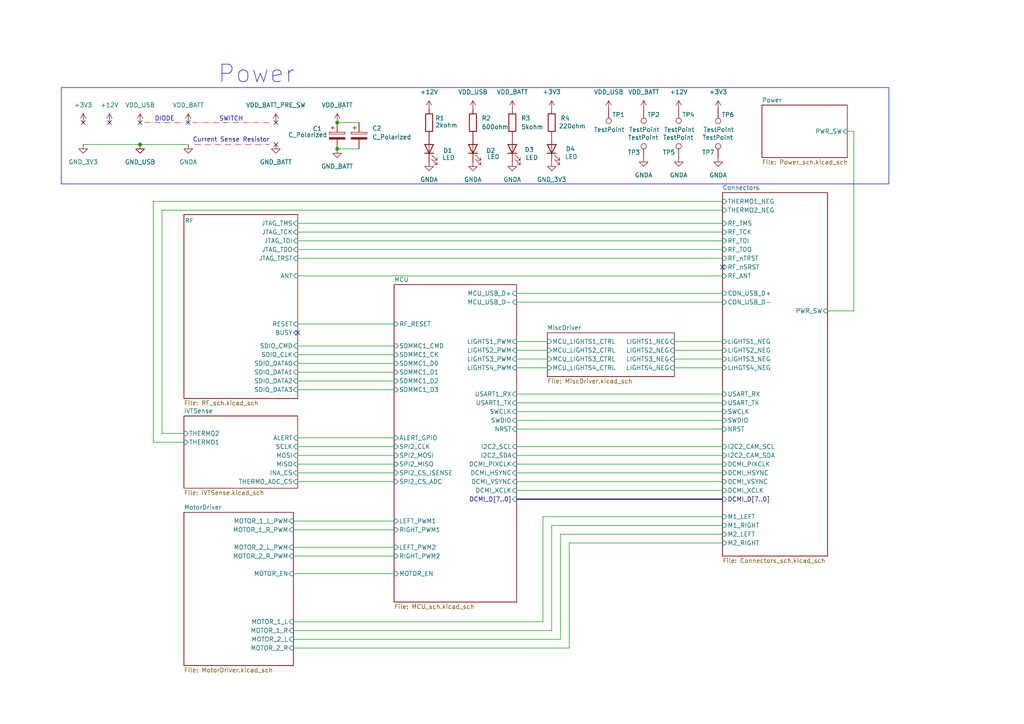
<source format=kicad_sch>
(kicad_sch (version 20231120) (generator "eeschema") (generator_version "8.0")
  (paper "A4")
  (lib_symbols
    (symbol "Connector:TestPoint" (pin_numbers hide) (pin_names (offset 0.762) hide)
      (property "Reference" "TP" (at 0 6.858 0))
      (property "Value" "TestPoint" (at 0 5.08 0))
      (symbol "TestPoint_0_1"
        (circle (center 0 3.302) (radius 0.762))
      )
      (symbol "TestPoint_1_1"
        (pin passive line (at 0 0 90) (length 2.54) (name "1") (number "1"))
      )
    )
    (symbol "Device:C_Polarized" (pin_numbers hide) (pin_names (offset 0.254))
      (property "Reference" "C" (at 0.635 2.54 0))
      (property "Value" "C_Polarized" (at 0.635 -2.54 0))
      (symbol "C_Polarized_0_1"
        (rectangle (start -2.286 0.508) (end 2.286 1.016))
        (polyline (pts (xy -1.778 2.286) (xy -0.762 2.286)))
        (polyline (pts (xy -1.27 2.794) (xy -1.27 1.778)))
        (rectangle (start 2.286 -0.508) (end -2.286 -1.016) (fill (type outline)))
      )
      (symbol "C_Polarized_1_1"
        (pin passive line (at 0 3.81 270) (length 2.794) (name "~") (number "1"))
        (pin passive line (at 0 -3.81 90) (length 2.794) (name "~") (number "2"))
      )
    )
    (symbol "Device:LED" (pin_numbers hide) (pin_names (offset 1.016) hide)
      (property "Reference" "D" (at 0 2.54 0))
      (property "Value" "LED" (at 0 -2.54 0))
      (symbol "LED_0_1"
        (polyline (pts (xy -1.27 -1.27) (xy -1.27 1.27)) (stroke (width 0.254)))
        (polyline (pts (xy -1.27 0) (xy 1.27 0)))
        (polyline (pts (xy 1.27 -1.27) (xy 1.27 1.27) (xy -1.27 0) (xy 1.27 -1.27)) (stroke (width 0.254)))
        (polyline (pts (xy -3.048 -0.762) (xy -4.572 -2.286) (xy -3.81 -2.286) (xy -4.572 -2.286) (xy -4.572 -1.524)))
        (polyline (pts (xy -1.778 -0.762) (xy -3.302 -2.286) (xy -2.54 -2.286) (xy -3.302 -2.286) (xy -3.302 -1.524)))
      )
      (symbol "LED_1_1"
        (pin passive line (at -3.81 0 0) (length 2.54) (name "K") (number "1"))
        (pin passive line (at 3.81 0 180) (length 2.54) (name "A") (number "2"))
      )
    )
    (symbol "Device:R" (pin_numbers hide) (pin_names (offset 0))
      (property "Reference" "R" (at 2.032 0 90))
      (property "Value" "R" (at 0 0 90))
      (symbol "R_0_1"
        (rectangle (start -1.016 -2.54) (end 1.016 2.54) (stroke (width 0.254)))
      )
      (symbol "R_1_1"
        (pin passive line (at 0 3.81 270) (length 1.27) (name "~") (number "1"))
        (pin passive line (at 0 -3.81 90) (length 1.27) (name "~") (number "2"))
      )
    )
    (symbol "power:+3V3" (power) (pin_numbers hide) (pin_names (offset 0) hide)
      (property "Value" "+3V3" (at 0 3.556 0))
      (symbol "+3V3_0_1"
        (polyline (pts (xy -0.762 1.27) (xy 0 2.54)))
        (polyline (pts (xy 0 0) (xy 0 2.54)))
        (polyline (pts (xy 0 2.54) (xy 0.762 1.27)))
      )
      (symbol "+3V3_1_1"
        (pin power_in line (at 0 0 90) (length 0) (name "~") (number "1"))
      )
    )
    (symbol "power:GND" (power) (pin_numbers hide) (pin_names (offset 0) hide)
      (property "Value" "GND" (at 0 -3.81 0))
      (symbol "GND_0_1"
        (polyline (pts (xy 0 0) (xy 0 -1.27) (xy 1.27 -1.27) (xy 0 -2.54) (xy -1.27 -1.27) (xy 0 -1.27)))
      )
      (symbol "GND_1_1"
        (pin power_in line (at 0 0 270) (length 0) (name "~") (number "1"))
      )
    )
    (symbol "power:GNDA" (power) (pin_numbers hide) (pin_names (offset 0) hide)
      (property "Value" "GNDA" (at 0 -3.81 0))
      (symbol "GNDA_0_1"
        (polyline (pts (xy 0 0) (xy 0 -1.27) (xy 1.27 -1.27) (xy 0 -2.54) (xy -1.27 -1.27) (xy 0 -1.27)))
      )
      (symbol "GNDA_1_1"
        (pin power_in line (at 0 0 270) (length 0) (name "~") (number "1"))
      )
    )
  )
  (junction (at 40.64 41.91))
  (junction (at 97.79 35.56))
  (junction (at 97.79 43.18))
  (no_connect (at 86.36 96.52))
  (no_connect (at 54.61 35.56))
  (no_connect (at 80.01 41.91))
  (no_connect (at 80.01 35.56))
  (no_connect (at 209.55 77.47))
  (no_connect (at 40.64 35.56))
  (no_connect (at 31.75 35.56))
  (no_connect (at 24.13 35.56))
  (wire (pts (xy 86.36 93.98) (xy 114.3 93.98)))
  (wire (pts (xy 247.65 38.1) (xy 245.745 38.1)))
  (wire (pts (xy 86.36 67.31) (xy 209.55 67.31)))
  (wire (pts (xy 85.09 161.29) (xy 114.3 161.29)))
  (wire (pts (xy 86.36 134.62) (xy 114.3 134.62)))
  (polyline (pts (xy 41.91 35.56) (xy 53.34 35.56)) (stroke (width 0) (type dash_dot) (color 255 5 28 1)))
  (wire (pts (xy 85.09 153.67) (xy 114.3 153.67)))
  (wire (pts (xy 149.86 129.54) (xy 209.55 129.54)))
  (wire (pts (xy 97.79 43.18) (xy 104.14 43.18)))
  (wire (pts (xy 162.56 185.42) (xy 162.56 154.94)))
  (wire (pts (xy 86.36 107.95) (xy 114.3 107.95)))
  (polyline (pts (xy 56.515 41.91) (xy 78.105 41.91)) (stroke (width 0) (type dash_dot) (color 255 5 28 1)))
  (wire (pts (xy 44.45 128.27) (xy 53.34 128.27)))
  (wire (pts (xy 85.09 180.34) (xy 157.48 180.34)))
  (wire (pts (xy 86.36 129.54) (xy 114.3 129.54)))
  (wire (pts (xy 247.65 38.1) (xy 247.65 90.17)))
  (wire (pts (xy 149.86 119.38) (xy 209.55 119.38)))
  (wire (pts (xy 195.58 104.14) (xy 209.55 104.14)))
  (wire (pts (xy 86.36 72.39) (xy 209.55 72.39)))
  (wire (pts (xy 149.86 85.09) (xy 209.55 85.09)))
  (wire (pts (xy 149.86 134.62) (xy 209.55 134.62)))
  (wire (pts (xy 149.86 132.08) (xy 209.55 132.08)))
  (wire (pts (xy 46.99 60.96) (xy 46.99 125.73)))
  (wire (pts (xy 149.86 124.46) (xy 209.55 124.46)))
  (wire (pts (xy 85.09 158.75) (xy 114.3 158.75)))
  (wire (pts (xy 149.86 106.68) (xy 158.75 106.68)))
  (wire (pts (xy 195.58 99.06) (xy 209.55 99.06)))
  (wire (pts (xy 149.86 101.6) (xy 158.75 101.6)))
  (wire (pts (xy 86.36 110.49) (xy 114.3 110.49)))
  (wire (pts (xy 86.36 80.01) (xy 209.55 80.01)))
  (wire (pts (xy 86.36 100.33) (xy 114.3 100.33)))
  (wire (pts (xy 149.86 114.3) (xy 209.55 114.3)))
  (wire (pts (xy 85.09 151.13) (xy 114.3 151.13)))
  (wire (pts (xy 24.13 41.91) (xy 40.64 41.91)))
  (wire (pts (xy 85.09 182.88) (xy 160.02 182.88)))
  (wire (pts (xy 86.36 139.7) (xy 114.3 139.7)))
  (wire (pts (xy 195.58 106.68) (xy 209.55 106.68)))
  (wire (pts (xy 160.02 152.4) (xy 209.55 152.4)))
  (wire (pts (xy 46.99 60.96) (xy 209.55 60.96)))
  (bus (pts (xy 149.86 144.78) (xy 209.55 144.78)))
  (wire (pts (xy 86.36 127) (xy 114.3 127)))
  (wire (pts (xy 149.86 87.63) (xy 209.55 87.63)))
  (wire (pts (xy 86.36 137.16) (xy 114.3 137.16)))
  (wire (pts (xy 85.09 187.96) (xy 165.1 187.96)))
  (wire (pts (xy 149.86 142.24) (xy 209.55 142.24)))
  (wire (pts (xy 86.36 102.87) (xy 114.3 102.87)))
  (wire (pts (xy 40.64 41.91) (xy 54.61 41.91)))
  (wire (pts (xy 149.86 116.84) (xy 209.55 116.84)))
  (wire (pts (xy 86.36 132.08) (xy 114.3 132.08)))
  (wire (pts (xy 97.79 35.56) (xy 104.14 35.56)))
  (wire (pts (xy 157.48 149.86) (xy 209.55 149.86)))
  (wire (pts (xy 149.86 121.92) (xy 209.55 121.92)))
  (wire (pts (xy 149.86 104.14) (xy 158.75 104.14)))
  (wire (pts (xy 85.09 185.42) (xy 162.56 185.42)))
  (wire (pts (xy 149.86 137.16) (xy 209.55 137.16)))
  (polyline (pts (xy 55.88 35.56) (xy 78.105 35.56)) (stroke (width 0) (type dash_dot) (color 255 5 28 1)))
  (wire (pts (xy 165.1 157.48) (xy 209.55 157.48)))
  (wire (pts (xy 157.48 180.34) (xy 157.48 149.86)))
  (wire (pts (xy 160.02 182.88) (xy 160.02 152.4)))
  (wire (pts (xy 85.09 166.37) (xy 114.3 166.37)))
  (wire (pts (xy 162.56 154.94) (xy 209.55 154.94)))
  (wire (pts (xy 247.65 90.17) (xy 240.03 90.17)))
  (wire (pts (xy 86.36 64.77) (xy 209.55 64.77)))
  (wire (pts (xy 86.36 105.41) (xy 114.3 105.41)))
  (wire (pts (xy 165.1 187.96) (xy 165.1 157.48)))
  (wire (pts (xy 46.99 125.73) (xy 53.34 125.73)))
  (wire (pts (xy 149.86 99.06) (xy 158.75 99.06)))
  (wire (pts (xy 86.36 69.85) (xy 209.55 69.85)))
  (wire (pts (xy 195.58 101.6) (xy 209.55 101.6)))
  (wire (pts (xy 86.36 113.03) (xy 114.3 113.03)))
  (wire (pts (xy 149.86 139.7) (xy 209.55 139.7)))
  (wire (pts (xy 44.45 58.42) (xy 44.45 128.27)))
  (wire (pts (xy 86.36 74.93) (xy 209.55 74.93)))
  (wire (pts (xy 44.45 58.42) (xy 209.55 58.42)))
  (rectangle (start 17.78 25.4) (end 257.81 53.34))
  (text "DIODE" (at 47.752 34.544 0) (effects (font (size 1.27 1.27))))
  (text "SWITCH" (at 67.056 34.544 0) (effects (font (size 1.27 1.27))))
  (text "Current Sense Resistor\n" (at 67.056 40.64 0) (effects (font (size 1.27 1.27))))
  (text "Power\n" (at 74.422 21.59 0) (effects (font (size 5.08 5.08))))
  (symbol (lib_id "power:GNDA") (at 186.69 45.72 0) (unit 1)
    (property "Reference" "#PWR024" (effects (hide yes)))
    (property "Value" "GNDA" (at 186.69 50.8 0))
    (property "Description" "Power symbol creates a global label with name \"GNDA\" , analog ground" (effects (hide yes)))
  )
  (symbol (lib_id "power:+3V3") (at 97.79 35.56 0) (unit 1)
    (property "Reference" "#PWR011" (effects (hide yes)))
    (property "Value" "VDD_BATT" (at 97.79 30.48 0))
    (property "Description" "Power symbol creates a global label with name \"+3V3\"" (effects (hide yes)))
  )
  (symbol (lib_id "Connector:TestPoint") (at 208.28 31.75 180) (unit 1)
    (property "Reference" "TP6" (at 209.296 33.274 0) (effects (justify right)))
    (property "Value" "TestPoint" (at 203.962 37.592 0) (effects (justify right)))
    (property "Footprint" "Connector_PinHeader_2.54mm:PinHeader_1x02_P2.54mm_Vertical" (effects (hide yes)))
    (property "Description" "test point" (effects (hide yes)))
    (property "MANUF_PN" "N/A" (effects (hide yes)))
  )
  (symbol (lib_id "power:+3V3") (at 196.85 31.75 0) (unit 1)
    (property "Reference" "#PWR025" (effects (hide yes)))
    (property "Value" "+12V" (at 196.85 26.67 0))
    (property "Description" "Power symbol creates a global label with name \"+3V3\"" (effects (hide yes)))
  )
  (symbol (lib_id "power:+3V3") (at 124.46 31.75 0) (unit 1)
    (property "Reference" "#PWR013" (effects (hide yes)))
    (property "Value" "+12V" (at 124.46 26.67 0))
    (property "Description" "Power symbol creates a global label with name \"+3V3\"" (effects (hide yes)))
  )
  (symbol (lib_id "Device:LED") (at 124.46 43.18 90) (unit 1)
    (property "Reference" "D1" (at 128.524 43.688 90) (effects (justify right)))
    (property "Value" "LED" (at 128.27 45.72 90) (effects (justify right)))
    (property "Footprint" "LED_SMD:LED_0603_1608Metric" (effects (hide yes)))
    (property "Description" "Light emitting diode" (effects (hide yes)))
    (property "MANUF_PN" "LTST-C190GKT" (effects (hide yes)))
  )
  (symbol (lib_id "power:+3V3") (at 148.59 31.75 0) (unit 1)
    (property "Reference" "#PWR017" (effects (hide yes)))
    (property "Value" "VDD_BATT" (at 148.59 26.67 0))
    (property "Description" "Power symbol creates a global label with name \"+3V3\"" (effects (hide yes)))
  )
  (symbol (lib_id "Device:LED") (at 148.59 43.18 90) (unit 1)
    (property "Reference" "D3" (at 152.146 43.434 90) (effects (justify right)))
    (property "Value" "LED" (at 152.4 45.72 90) (effects (justify right)))
    (property "Footprint" "LED_SMD:LED_0603_1608Metric" (effects (hide yes)))
    (property "Description" "Light emitting diode" (effects (hide yes)))
    (property "MANUF_PN" "LTST-C190GKT" (effects (hide yes)))
  )
  (symbol (lib_id "Connector:TestPoint") (at 186.69 31.75 180) (unit 1)
    (property "Reference" "TP2" (at 187.706 33.274 0) (effects (justify right)))
    (property "Value" "TestPoint" (at 182.372 37.592 0) (effects (justify right)))
    (property "Footprint" "Connector_PinHeader_2.54mm:PinHeader_1x02_P2.54mm_Vertical" (effects (hide yes)))
    (property "Description" "test point" (effects (hide yes)))
    (property "MANUF_PN" "N/A" (effects (hide yes)))
  )
  (symbol (lib_id "power:GNDA") (at 40.64 41.91 0) (unit 1)
    (property "Reference" "#PWR05" (effects (hide yes)))
    (property "Value" "GND_USB" (effects (hide yes)))
    (property "Description" "Power symbol creates a global label with name \"GNDA\" , analog ground" (effects (hide yes)))
  )
  (symbol (lib_id "power:GNDA") (at 40.64 41.91 0) (unit 1)
    (property "Reference" "#PWR06" (effects (hide yes)))
    (property "Value" "GND_USB" (at 40.64 46.99 0))
    (property "Description" "Power symbol creates a global label with name \"GNDA\" , analog ground" (effects (hide yes)))
  )
  (symbol (lib_id "power:+3V3") (at 208.28 31.75 0) (unit 1)
    (property "Reference" "#PWR027" (effects (hide yes)))
    (property "Value" "+3V3" (at 208.28 26.67 0))
    (property "Description" "Power symbol creates a global label with name \"+3V3\"" (effects (hide yes)))
  )
  (symbol (lib_id "Device:R") (at 124.46 35.56 0) (unit 1)
    (property "Reference" "R1" (at 126.238 34.29 0) (effects (justify left)))
    (property "Value" "2kohm" (at 126.238 36.322 0) (effects (justify left)))
    (property "Footprint" "Resistor_SMD:R_0603_1608Metric" (effects (hide yes)))
    (property "Description" "Resistor" (effects (hide yes)))
    (property "MANUF_PN" "ERJ-2RKF2001X" (effects (hide yes)))
  )
  (symbol (lib_id "Device:R") (at 160.02 35.56 0) (unit 1)
    (property "Reference" "R4" (at 162.56 34.2899 0) (effects (justify left)))
    (property "Value" "220ohm" (at 162.052 36.576 0) (effects (justify left)))
    (property "Footprint" "Resistor_SMD:R_0603_1608Metric" (effects (hide yes)))
    (property "Description" "Resistor" (effects (hide yes)))
    (property "MANUF_PN" "RMCF0603FT220R" (effects (hide yes)))
  )
  (symbol (lib_id "Connector:TestPoint") (at 196.85 31.75 180) (unit 1)
    (property "Reference" "TP4" (at 197.866 33.274 0) (effects (justify right)))
    (property "Value" "TestPoint" (at 192.532 37.592 0) (effects (justify right)))
    (property "Footprint" "Connector_PinHeader_2.54mm:PinHeader_1x02_P2.54mm_Vertical" (effects (hide yes)))
    (property "Description" "test point" (effects (hide yes)))
    (property "MANUF_PN" "N/A" (effects (hide yes)))
  )
  (symbol (lib_id "power:GND") (at 160.02 46.99 0) (unit 1)
    (property "Reference" "#PWR021" (effects (hide yes)))
    (property "Value" "GND_3V3" (at 160.02 52.07 0))
    (property "Description" "Power symbol creates a global label with name \"GND\" , ground" (effects (hide yes)))
  )
  (symbol (lib_id "power:+3V3") (at 54.61 35.56 0) (unit 1)
    (property "Reference" "#PWR07" (effects (hide yes)))
    (property "Value" "VDD_BATT" (at 54.61 30.48 0))
    (property "Description" "Power symbol creates a global label with name \"+3V3\"" (effects (hide yes)))
  )
  (symbol (lib_id "Device:R") (at 148.59 35.56 0) (unit 1)
    (property "Reference" "R3" (at 151.13 34.2899 0) (effects (justify left)))
    (property "Value" "5kohm" (at 151.13 36.8299 0) (effects (justify left)))
    (property "Footprint" "Resistor_SMD:R_0603_1608Metric" (effects (hide yes)))
    (property "Description" "Resistor" (effects (hide yes)))
    (property "MANUF_PN" "RT0603BRE075KL" (effects (hide yes)))
  )
  (symbol (lib_id "Connector:TestPoint") (at 176.53 31.75 180) (unit 1)
    (property "Reference" "TP1" (at 177.546 33.274 0) (effects (justify right)))
    (property "Value" "TestPoint" (at 172.212 37.592 0) (effects (justify right)))
    (property "Footprint" "Connector_PinHeader_2.54mm:PinHeader_1x02_P2.54mm_Vertical" (effects (hide yes)))
    (property "Description" "test point" (effects (hide yes)))
    (property "MANUF_PN" "N/A" (effects (hide yes)))
  )
  (symbol (lib_id "power:GNDA") (at 208.28 45.72 0) (unit 1)
    (property "Reference" "#PWR028" (effects (hide yes)))
    (property "Value" "GNDA" (at 208.28 50.8 0))
    (property "Description" "Power symbol creates a global label with name \"GNDA\" , analog ground" (effects (hide yes)))
  )
  (symbol (lib_id "power:+3V3") (at 160.02 31.75 0) (unit 1)
    (property "Reference" "#PWR019" (effects (hide yes)))
    (property "Value" "+3V3" (at 160.02 26.67 0))
    (property "Description" "Power symbol creates a global label with name \"+3V3\"" (effects (hide yes)))
  )
  (symbol (lib_id "Connector:TestPoint") (at 208.28 45.72 0) (unit 1)
    (property "Reference" "TP7" (at 207.264 44.196 0) (effects (justify right)))
    (property "Value" "TestPoint" (at 212.598 39.878 0) (effects (justify right)))
    (property "Footprint" "Connector_PinHeader_2.54mm:PinHeader_1x02_P2.54mm_Vertical" (effects (hide yes)))
    (property "Description" "test point" (effects (hide yes)))
    (property "MANUF_PN" "N/A" (effects (hide yes)))
  )
  (symbol (lib_id "power:GNDA") (at 196.85 45.72 0) (unit 1)
    (property "Reference" "#PWR026" (effects (hide yes)))
    (property "Value" "GNDA" (at 196.85 50.8 0))
    (property "Description" "Power symbol creates a global label with name \"GNDA\" , analog ground" (effects (hide yes)))
  )
  (symbol (lib_id "power:+3V3") (at 31.75 35.56 0) (unit 1)
    (property "Reference" "#PWR03" (effects (hide yes)))
    (property "Value" "+12V" (at 31.75 30.48 0))
    (property "Description" "Power symbol creates a global label with name \"+3V3\"" (effects (hide yes)))
  )
  (symbol (lib_id "Device:R") (at 137.16 35.56 0) (unit 1)
    (property "Reference" "R2" (at 139.7 34.2899 0) (effects (justify left)))
    (property "Value" "600ohm" (at 139.7 36.8299 0) (effects (justify left)))
    (property "Footprint" "Resistor_SMD:R_0603_1608Metric" (effects (hide yes)))
    (property "Description" "Resistor" (effects (hide yes)))
    (property "MANUF_PN" "ERJ-3EKF5600V" (effects (hide yes)))
  )
  (symbol (lib_id "power:+3V3") (at 40.64 35.56 0) (unit 1)
    (property "Reference" "#PWR04" (effects (hide yes)))
    (property "Value" "VDD_USB" (at 40.64 30.48 0))
    (property "Description" "Power symbol creates a global label with name \"+3V3\"" (effects (hide yes)))
  )
  (symbol (lib_id "power:GND") (at 137.16 46.99 0) (unit 1)
    (property "Reference" "#PWR016" (effects (hide yes)))
    (property "Value" "GNDA" (at 137.16 52.07 0))
    (property "Description" "Power symbol creates a global label with name \"GND\" , ground" (effects (hide yes)))
  )
  (symbol (lib_id "Connector:TestPoint") (at 186.69 45.72 0) (unit 1)
    (property "Reference" "TP3" (at 185.674 44.196 0) (effects (justify right)))
    (property "Value" "TestPoint" (at 191.008 39.878 0) (effects (justify right)))
    (property "Footprint" "Connector_PinHeader_2.54mm:PinHeader_1x02_P2.54mm_Vertical" (effects (hide yes)))
    (property "Description" "test point" (effects (hide yes)))
    (property "MANUF_PN" "N/A" (effects (hide yes)))
  )
  (symbol (lib_id "power:GNDA") (at 148.59 46.99 0) (unit 1)
    (property "Reference" "#PWR018" (effects (hide yes)))
    (property "Value" "GNDA" (at 148.59 52.07 0))
    (property "Description" "Power symbol creates a global label with name \"GNDA\" , analog ground" (effects (hide yes)))
  )
  (symbol (lib_id "Device:C_Polarized") (at 97.79 39.37 0) (unit 1)
    (property "Reference" "C1" (at 90.678 37.338 0) (effects (justify left)))
    (property "Value" "C_Polarized" (at 83.566 39.116 0) (effects (justify left)))
    (property "Footprint" "Capacitor_THT:CP_Radial_D10.0mm_P5.00mm" (effects (hide yes)))
    (property "Description" "Polarized capacitor" (effects (hide yes)))
    (property "MANUF_PN" "UHE2A101MPD1TD" (effects (hide yes)))
  )
  (symbol (lib_id "power:+3V3") (at 176.53 31.75 0) (unit 1)
    (property "Reference" "#PWR022" (effects (hide yes)))
    (property "Value" "VDD_USB" (at 176.53 26.67 0))
    (property "Description" "Power symbol creates a global label with name \"+3V3\"" (effects (hide yes)))
  )
  (symbol (lib_id "power:+3V3") (at 80.01 35.56 0) (unit 1)
    (property "Reference" "#PWR09" (effects (hide yes)))
    (property "Value" "VDD_BATT_PRE_SW" (at 80.01 30.48 0))
    (property "Description" "Power symbol creates a global label with name \"+3V3\"" (effects (hide yes)))
  )
  (symbol (lib_id "power:GND") (at 97.79 43.18 0) (unit 1)
    (property "Reference" "#PWR012" (effects (hide yes)))
    (property "Value" "GND_BATT" (at 97.79 48.26 0))
    (property "Description" "Power symbol creates a global label with name \"GND\" , ground" (effects (hide yes)))
  )
  (symbol (lib_id "power:GND") (at 80.01 41.91 0) (unit 1)
    (property "Reference" "#PWR010" (effects (hide yes)))
    (property "Value" "GND_BATT" (at 80.01 46.99 0))
    (property "Description" "Power symbol creates a global label with name \"GND\" , ground" (effects (hide yes)))
  )
  (symbol (lib_id "Device:C_Polarized") (at 104.14 39.37 0) (unit 1)
    (property "Reference" "C2" (at 107.95 37.2109 0) (effects (justify left)))
    (property "Value" "C_Polarized" (at 107.95 39.7509 0) (effects (justify left)))
    (property "Footprint" "Capacitor_THT:CP_Radial_D10.0mm_P5.00mm" (effects (hide yes)))
    (property "Description" "Polarized capacitor" (effects (hide yes)))
    (property "MANUF_PN" "UHE2A101MPD1TD" (effects (hide yes)))
  )
  (symbol (lib_id "power:+3V3") (at 186.69 31.75 0) (unit 1)
    (property "Reference" "#PWR023" (effects (hide yes)))
    (property "Value" "VDD_BATT" (at 186.69 26.67 0))
    (property "Description" "Power symbol creates a global label with name \"+3V3\"" (effects (hide yes)))
  )
  (symbol (lib_id "power:GNDA") (at 124.46 46.99 0) (unit 1)
    (property "Reference" "#PWR014" (effects (hide yes)))
    (property "Value" "GNDA" (at 124.46 52.07 0))
    (property "Description" "Power symbol creates a global label with name \"GNDA\" , analog ground" (effects (hide yes)))
  )
  (symbol (lib_id "Device:LED") (at 160.02 43.18 90) (unit 1)
    (property "Reference" "D4" (at 164.084 43.18 90) (effects (justify right)))
    (property "Value" "LED" (at 163.83 45.466 90) (effects (justify right)))
    (property "Footprint" "LED_SMD:LED_0603_1608Metric" (effects (hide yes)))
    (property "Description" "Light emitting diode" (effects (hide yes)))
    (property "MANUF_PN" "LTST-C190GKT" (effects (hide yes)))
  )
  (symbol (lib_id "Device:LED") (at 137.16 43.18 90) (unit 1)
    (property "Reference" "D2" (at 140.97 43.688 90) (effects (justify right)))
    (property "Value" "LED" (at 141.224 45.466 90) (effects (justify right)))
    (property "Footprint" "LED_SMD:LED_0603_1608Metric" (effects (hide yes)))
    (property "Description" "Light emitting diode" (effects (hide yes)))
    (property "MANUF_PN" "LTST-C190GKT" (effects (hide yes)))
  )
  (symbol (lib_id "power:+3V3") (at 137.16 31.75 0) (unit 1)
    (property "Reference" "#PWR015" (effects (hide yes)))
    (property "Value" "VDD_USB" (at 137.16 26.67 0))
    (property "Description" "Power symbol creates a global label with name \"+3V3\"" (effects (hide yes)))
  )
  (symbol (lib_id "power:GNDA") (at 54.61 41.91 0) (unit 1)
    (property "Reference" "#PWR08" (effects (hide yes)))
    (property "Value" "GNDA" (at 54.61 46.99 0))
    (property "Description" "Power symbol creates a global label with name \"GNDA\" , analog ground" (effects (hide yes)))
  )
  (symbol (lib_id "power:+3V3") (at 24.13 35.56 0) (unit 1)
    (property "Reference" "#PWR01" (effects (hide yes)))
    (property "Value" "+3V3" (at 24.13 30.48 0))
    (property "Description" "Power symbol creates a global label with name \"+3V3\"" (effects (hide yes)))
  )
  (symbol (lib_id "power:GND") (at 24.13 41.91 0) (unit 1)
    (property "Reference" "#PWR02" (effects (hide yes)))
    (property "Value" "GND_3V3" (at 24.13 46.99 0))
    (property "Description" "Power symbol creates a global label with name \"GND\" , ground" (effects (hide yes)))
  )
  (symbol (lib_id "Connector:TestPoint") (at 196.85 45.72 0) (unit 1)
    (property "Reference" "TP5" (at 195.834 44.196 0) (effects (justify right)))
    (property "Value" "TestPoint" (at 201.168 39.878 0) (effects (justify right)))
    (property "Footprint" "Connector_PinHeader_2.54mm:PinHeader_1x02_P2.54mm_Vertical" (effects (hide yes)))
    (property "Description" "test point" (effects (hide yes)))
    (property "MANUF_PN" "N/A" (effects (hide yes)))
  )
  (sheet (at 53.34 148.59) (size 31.75 44.45) (stroke (width 0.1524))
    (property "Sheetname" "MotorDriver" (at 53.34 147.8784 0) (effects (justify left bottom)))
    (property "Sheetfile" "MotorDriver.kicad_sch" (at 53.34 193.6246 0) (effects (justify left top)))
    (pin "MOTOR_1_R" input (at 85.09 182.88 0))
    (pin "MOTOR_1_L" input (at 85.09 180.34 0))
    (pin "MOTOR_1_R_PWM" input (at 85.09 153.67 0))
    (pin "MOTOR_1_L_PWM" input (at 85.09 151.13 0))
    (pin "MOTOR_2_L" input (at 85.09 185.42 0))
    (pin "MOTOR_2_R" input (at 85.09 187.96 0))
    (pin "MOTOR_2_L_PWM" input (at 85.09 158.75 0))
    (pin "MOTOR_2_R_PWM" input (at 85.09 161.29 0))
    (pin "MOTOR_EN" input (at 85.09 166.37 0))
  )
  (sheet (at 209.55 55.88) (size 30.48 105.41) (stroke (width 0.1524))
    (property "Sheetname" "Connectors" (at 209.55 55.1684 0) (effects (justify left bottom)))
    (property "Sheetfile" "Connectors_sch.kicad_sch" (at 209.55 161.8746 0) (effects (justify left top)))
    (pin "RF_ANT" input (at 209.55 80.01 180))
    (pin "USART_RX" input (at 209.55 114.3 180))
    (pin "USART_TX" input (at 209.55 116.84 180))
    (pin "SWCLK" input (at 209.55 119.38 180))
    (pin "M1_LEFT" input (at 209.55 149.86 180))
    (pin "M2_LEFT" input (at 209.55 154.94 180))
    (pin "M1_RIGHT" input (at 209.55 152.4 180))
    (pin "M2_RIGHT" input (at 209.55 157.48 180))
    (pin "SWDIO" input (at 209.55 121.92 180))
    (pin "NRST" input (at 209.55 124.46 180))
    (pin "DCMI_D[7..0]" input (at 209.55 144.78 180))
    (pin "I2C2_CAM_SCL" input (at 209.55 129.54 180))
    (pin "I2C2_CAM_SDA" input (at 209.55 132.08 180))
    (pin "DCMI_PIXCLK" input (at 209.55 134.62 180))
    (pin "DCMI_VSYNC" input (at 209.55 139.7 180))
    (pin "DCMI_HSYNC" input (at 209.55 137.16 180))
    (pin "DCMI_XCLK" input (at 209.55 142.24 180))
    (pin "LIGHTS1_NEG" input (at 209.55 99.06 180))
    (pin "LIGHTS2_NEG" input (at 209.55 101.6 180))
    (pin "THERMO1_NEG" input (at 209.55 58.42 180))
    (pin "THERMO2_NEG" input (at 209.55 60.96 180))
    (pin "PWR_SW" input (at 240.03 90.17 0))
    (pin "RF_TDI" input (at 209.55 69.85 180))
    (pin "RF_nSRST" input (at 209.55 77.47 180))
    (pin "RF_TDO" input (at 209.55 72.39 180))
    (pin "RF_TCK" input (at 209.55 67.31 180))
    (pin "RF_nTRST" input (at 209.55 74.93 180))
    (pin "RF_TMS" input (at 209.55 64.77 180))
    (pin "CON_USB_D-" input (at 209.55 87.63 180))
    (pin "CON_USB_D+" input (at 209.55 85.09 180))
    (pin "LIHGTS4_NEG" input (at 209.55 106.68 180))
    (pin "LIGHTS3_NEG" input (at 209.55 104.14 180))
  )
  (sheet (at 53.34 62.23) (size 33.02 53.34) (stroke (width 0.1524))
    (property "Sheetname" "RF" (at 53.594 64.77 0) (effects (justify left bottom)))
    (property "Sheetfile" "RF_sch.kicad_sch" (at 53.34 116.1546 0) (effects (justify left top)))
    (pin "JTAG_TDI" input (at 86.36 69.85 0))
    (pin "JTAG_TRST" input (at 86.36 74.93 0))
    (pin "JTAG_TMS" input (at 86.36 64.77 0))
    (pin "JTAG_TCK" input (at 86.36 67.31 0))
    (pin "JTAG_TDO" input (at 86.36 72.39 0))
    (pin "SDIO_CLK" input (at 86.36 102.87 0))
    (pin "SDIO_DATA2" input (at 86.36 110.49 0))
    (pin "SDIO_DATA1" input (at 86.36 107.95 0))
    (pin "SDIO_CMD" input (at 86.36 100.33 0))
    (pin "SDIO_DATA0" input (at 86.36 105.41 0))
    (pin "SDIO_DATA3" input (at 86.36 113.03 0))
    (pin "ANT" input (at 86.36 80.01 0))
    (pin "BUSY" input (at 86.36 96.52 0))
    (pin "RESET" input (at 86.36 93.98 0))
  )
  (sheet (at 158.75 96.52) (size 36.83 12.7) (stroke (width 0.1524))
    (property "Sheetname" "MiscDriver" (at 158.75 95.8084 0) (effects (justify left bottom)))
    (property "Sheetfile" "MiscDriver.kicad_sch" (at 158.75 109.8046 0) (effects (justify left top)))
    (pin "MCU_LIGHTS1_CTRL" input (at 158.75 99.06 180))
    (pin "LIGHTS2_NEG" input (at 195.58 101.6 0))
    (pin "LIGHTS1_NEG" input (at 195.58 99.06 0))
    (pin "MCU_LIGHTS2_CTRL" input (at 158.75 101.6 180))
    (pin "LIGHTS3_NEG" input (at 195.58 104.14 0))
    (pin "LIGHTS4_NEG" input (at 195.58 106.68 0))
    (pin "MCU_LIGHTS3_CTRL" input (at 158.75 104.14 180))
    (pin "MCU_LIGHTS4_CTRL" input (at 158.75 106.68 180))
  )
  (sheet (at 53.34 120.65) (size 33.02 20.955) (stroke (width 0.1524))
    (property "Sheetname" "IVTSense" (at 53.34 119.9384 0) (effects (justify left bottom)))
    (property "Sheetfile" "IVTSense.kicad_sch" (at 53.34 142.1896 0) (effects (justify left top)))
    (pin "ALERT" input (at 86.36 127 0))
    (pin "SCLK" input (at 86.36 129.54 0))
    (pin "MOSI" input (at 86.36 132.08 0))
    (pin "MISO" input (at 86.36 134.62 0))
    (pin "THERMO2" input (at 53.34 125.73 180))
    (pin "INA_CS" input (at 86.36 137.16 0))
    (pin "THERMO1" input (at 53.34 128.27 180))
    (pin "THERMO_ADC_CS" input (at 86.36 139.7 0))
  )
  (sheet (at 114.3 82.55) (size 35.56 92.075) (stroke (width 0.1524))
    (property "Sheetname" "MCU" (at 114.3 81.8384 0) (effects (justify left bottom)))
    (property "Sheetfile" "MCU_sch.kicad_sch" (at 114.3 175.2096 0) (effects (justify left top)))
    (pin "DCMI_PIXCLK" input (at 149.86 134.62 0))
    (pin "DCMI_XCLK" input (at 149.86 142.24 0))
    (pin "DCMI_HSYNC" input (at 149.86 137.16 0))
    (pin "MCU_USB_D-" input (at 149.86 87.63 0))
    (pin "SWCLK" input (at 149.86 119.38 0))
    (pin "SWDIO" input (at 149.86 121.92 0))
    (pin "RIGHT_PWM2" input (at 114.3 161.29 180))
    (pin "LIGHTS2_PWM" input (at 149.86 101.6 0))
    (pin "MCU_USB_D+" input (at 149.86 85.09 0))
    (pin "LEFT_PWM2" input (at 114.3 158.75 180))
    (pin "MOTOR_EN" input (at 114.3 166.37 180))
    (pin "LEFT_PWM1" input (at 114.3 151.13 180))
    (pin "SDMMC1_CMD" input (at 114.3 100.33 180))
    (pin "RIGHT_PWM1" input (at 114.3 153.67 180))
    (pin "NRST" input (at 149.86 124.46 0))
    (pin "DCMI_D[7..0]" input (at 149.86 144.78 0))
    (pin "LIGHTS1_PWM" input (at 149.86 99.06 0))
    (pin "RF_RESET" input (at 114.3 93.98 180))
    (pin "SDMMC1_D3" input (at 114.3 113.03 180))
    (pin "SDMMC1_CK" input (at 114.3 102.87 180))
    (pin "SPI2_CS_ADC" input (at 114.3 139.7 180))
    (pin "SPI2_CS_ISENSE" input (at 114.3 137.16 180))
    (pin "SPI2_MISO" input (at 114.3 134.62 180))
    (pin "SPI2_MOSI" input (at 114.3 132.08 180))
    (pin "ALERT_GPIO" input (at 114.3 127 180))
    (pin "SDMMC1_D0" input (at 114.3 105.41 180))
    (pin "SDMMC1_D1" input (at 114.3 107.95 180))
    (pin "SDMMC1_D2" input (at 114.3 110.49 180))
    (pin "SPI2_CLK" input (at 114.3 129.54 180))
    (pin "I2C2_SCL" input (at 149.86 129.54 0))
    (pin "DCMI_VSYNC" input (at 149.86 139.7 0))
    (pin "USART1_TX" input (at 149.86 116.84 0))
    (pin "USART1_RX" input (at 149.86 114.3 0))
    (pin "I2C2_SDA" input (at 149.86 132.08 0))
    (pin "LIGHTS3_PWM" input (at 149.86 104.14 0))
    (pin "LIGHTS4_PWM" input (at 149.86 106.68 0))
  )
  (sheet (at 220.98 30.48) (size 24.765 15.24) (stroke (width 0.1524))
    (property "Sheetname" "Power" (at 220.98 29.7684 0) (effects (justify left bottom)))
    (property "Sheetfile" "Power_sch.kicad_sch" (at 220.98 46.3046 0) (effects (justify left top)))
    (pin "PWR_SW" input (at 245.745 38.1 0))
  )
)
</source>
